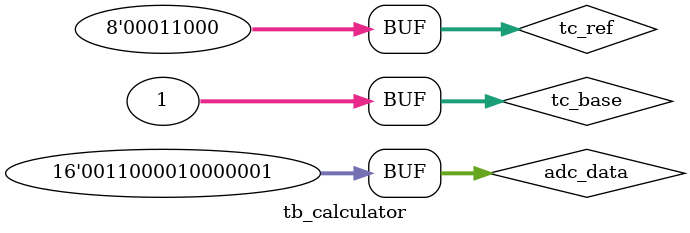
<source format=v>
`timescale 1ns / 1ps


module tb_calculator;

	// Inputs
	reg [31:0] tc_base;
	reg [7:0] tc_ref;
	reg [15:0] adc_data;

	// Outputs
	wire [31:0] tempc;

	// Instantiate the Unit Under Test (UUT)
	TemperatureCalculator uut (
		.tc_base(tc_base), 
		.tc_ref(tc_ref), 
		.adc_data(adc_data), 
		.tempc(tempc)
	);

	initial begin
		// Initialize Inputs
		tc_base = 32'b00000000000000000000000000000001;
		tc_ref = 8'b00011000;
		adc_data = 16'b0011000010000001;
		// Wait 100 ns for global reset to finish
	
        
		// Add stimulus here

	end
      
endmodule


</source>
